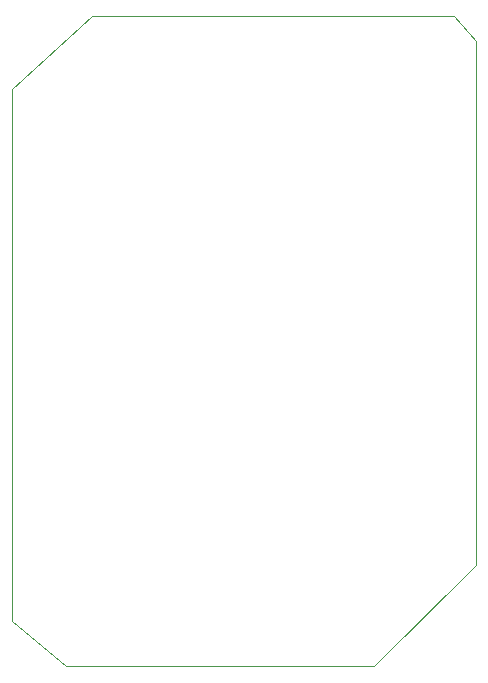
<source format=gbr>
%TF.GenerationSoftware,KiCad,Pcbnew,5.1.9*%
%TF.CreationDate,2021-04-19T23:32:21+02:00*%
%TF.ProjectId,ts908,74733930-382e-46b6-9963-61645f706362,rev?*%
%TF.SameCoordinates,Original*%
%TF.FileFunction,Profile,NP*%
%FSLAX46Y46*%
G04 Gerber Fmt 4.6, Leading zero omitted, Abs format (unit mm)*
G04 Created by KiCad (PCBNEW 5.1.9) date 2021-04-19 23:32:21*
%MOMM*%
%LPD*%
G01*
G04 APERTURE LIST*
%TA.AperFunction,Profile*%
%ADD10C,0.050000*%
%TD*%
G04 APERTURE END LIST*
D10*
X265840000Y-81430000D02*
X267680000Y-83490000D01*
X228390000Y-87620000D02*
X235130000Y-81430000D01*
X228390000Y-132650000D02*
X228390000Y-87620000D01*
X232970000Y-136460000D02*
X228390000Y-132650000D01*
X259050000Y-136470000D02*
X232970000Y-136460000D01*
X267680000Y-127840000D02*
X259050000Y-136470000D01*
X267680000Y-83490000D02*
X267680000Y-127840000D01*
X235130000Y-81430000D02*
X265840000Y-81430000D01*
M02*

</source>
